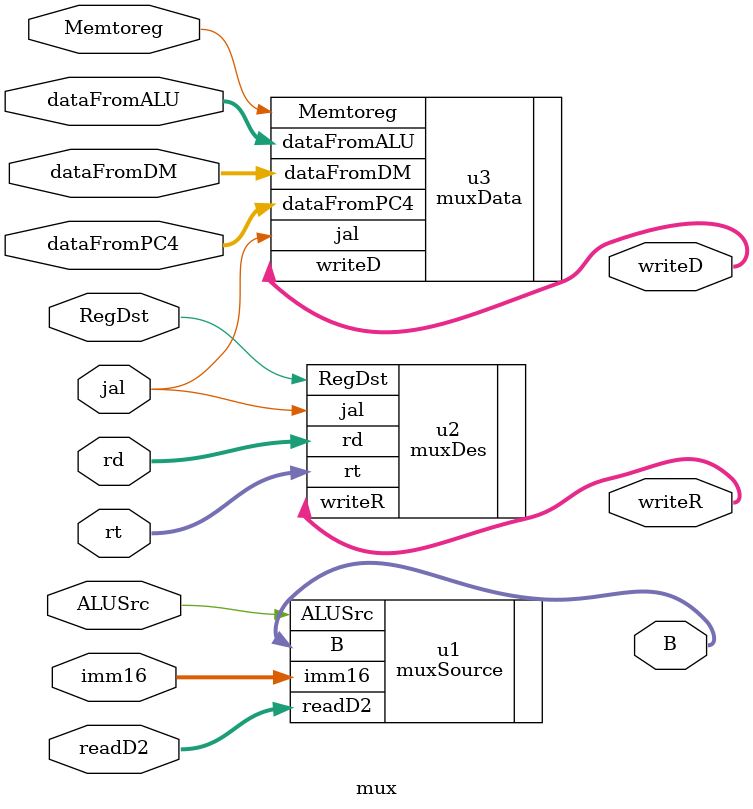
<source format=v>
`timescale 1ns / 1ps

//¸ÃÄ£¿é½«Èý¸öÊý¾ÝÑ¡ÔñÆ÷Ä£¿éÊµÀý»¯
module mux(readD2,imm16,ALUSrc,B,rt,rd,RegDst,jal,writeR,dataFromALU,dataFromDM,dataFromPC4,Memtoreg,writeD);//Êý¾ÝÑ¡ÔñÆ÷
       //Ñ¡ÔñµÚ¶þÔ´²Ù×÷ÊýÊý¾ÝÑ¡ÔñÆ÷
       input   [31:0] readD2;
       input   [31:0] imm16;
       input   ALUSrc;
       output  [31:0] B;
       //Ñ¡ÔñÄ¿±ê¼Ä´æÆ÷Êý¾ÝÑ¡ÔñÆ÷
       input  [4:0] rt;
       input  [4:0] rd;
       input  RegDst;
       input  jal;
       output [4:0]  writeR;
       //Ñ¡ÔñÊý¾ÝÀ´Ô´Êý¾ÝÑ¡ÔñÆ÷
       input   [31:0] dataFromALU;
       input   [31:0] dataFromDM;
       input   [31:0] dataFromPC4;
       input   Memtoreg;
       output  [31:0] writeD;
      
    muxSource u1(
       .readD2(readD2),
       .imm16(imm16),
       .ALUSrc(ALUSrc),
       .B(B) 
    );
    
    muxDes  u2(
       .rt(rt),
       .rd(rd),
       .RegDst(RegDst),
       .jal(jal),
       .writeR(writeR)
    );
    
    muxData  u3(
       .dataFromALU(dataFromALU),
       .dataFromDM(dataFromDM),
       .dataFromPC4(dataFromPC4),
       .jal(jal),
       .Memtoreg(Memtoreg),
       .writeD(writeD)
    );
       
       
endmodule

</source>
